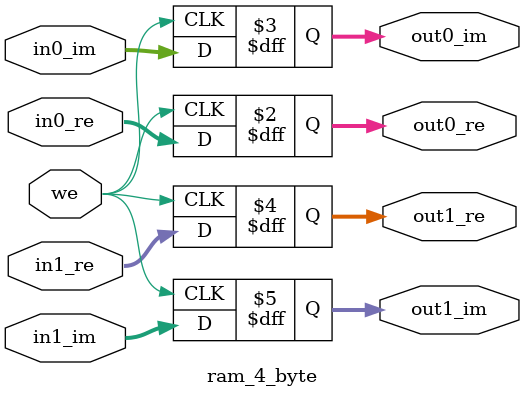
<source format=v>
module ram_4_byte #(parameter WORD_SIZE = 16)
(
	input						we,
	input				[WORD_SIZE-1:0]	in0_re,
	input				[WORD_SIZE-1:0]	in0_im,
	input				[WORD_SIZE-1:0]	in1_re,
	input				[WORD_SIZE-1:0]	in1_im,
	
	output		reg 	[WORD_SIZE-1:0]	out0_re,
	output		reg 	[WORD_SIZE-1:0]	out0_im,
	output		reg 	[WORD_SIZE-1:0]	out1_re,
	output		reg 	[WORD_SIZE-1:0]	out1_im
);

	always @(posedge we) begin
		out0_re 	<= in0_re;
		out0_im 	<= in0_im;
		out1_re 	<= in1_re;
		out1_im 	<= in1_im;
	end
endmodule

</source>
